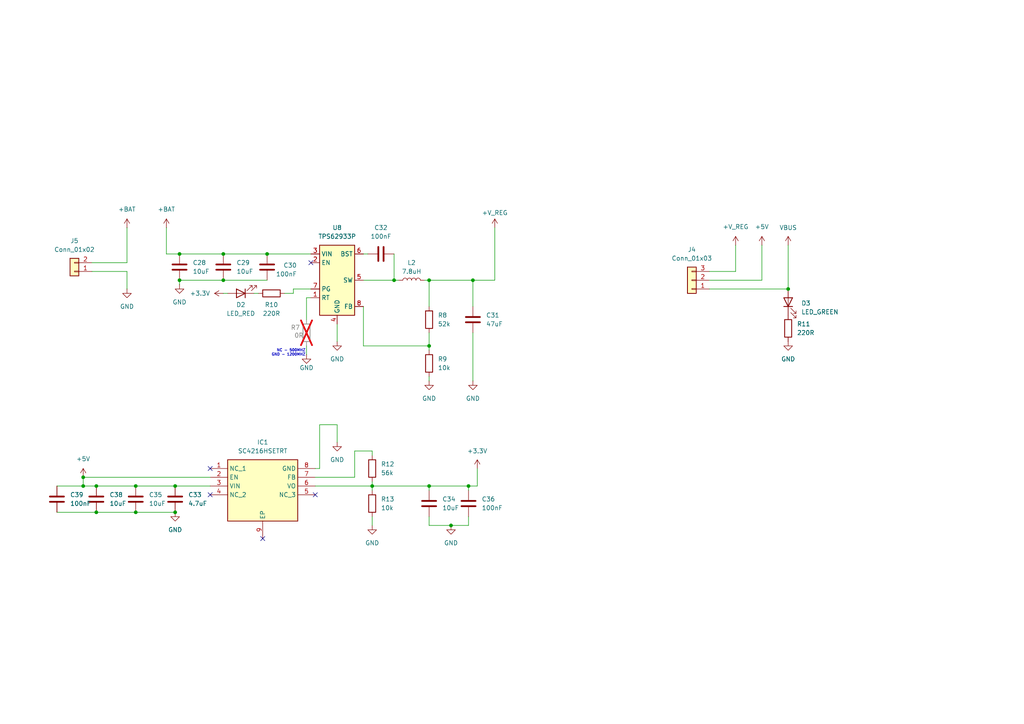
<source format=kicad_sch>
(kicad_sch (version 20250114) (generator "eeschema") (generator_version "9.0")
  (paper "A4")
  (lib_symbols
    (symbol "Connector_Generic:Conn_01x02" (pin_names (offset 1.016) (hide yes))
      (property "Reference" "J" (at 0 2.54 0))
      (property "Value" "Conn_01x02" (at 0 -5.08 0))
      (symbol "Conn_01x02_1_1"
        (rectangle (start -1.27 1.27) (end 1.27 -3.81) (stroke (width 0.254)) (fill (type background)))
        (rectangle (start -1.27 0.127) (end 0 -0.127) (stroke (width 0.1524)))
        (rectangle (start -1.27 -2.413) (end 0 -2.667) (stroke (width 0.1524)))
        (pin passive line (at -5.08 0 0) (length 3.81) (name "Pin_1") (number "1"))
        (pin passive line (at -5.08 -2.54 0) (length 3.81) (name "Pin_2") (number "2"))
      )
    )
    (symbol "Connector_Generic:Conn_01x03" (pin_names (offset 1.016) (hide yes))
      (property "Reference" "J" (at 0 5.08 0))
      (property "Value" "Conn_01x03" (at 0 -5.08 0))
      (symbol "Conn_01x03_1_1"
        (rectangle (start -1.27 3.81) (end 1.27 -3.81) (stroke (width 0.254)) (fill (type background)))
        (rectangle (start -1.27 2.667) (end 0 2.413) (stroke (width 0.1524)))
        (rectangle (start -1.27 0.127) (end 0 -0.127) (stroke (width 0.1524)))
        (rectangle (start -1.27 -2.413) (end 0 -2.667) (stroke (width 0.1524)))
        (pin passive line (at -5.08 2.54 0) (length 3.81) (name "Pin_1") (number "1"))
        (pin passive line (at -5.08 0 0) (length 3.81) (name "Pin_2") (number "2"))
        (pin passive line (at -5.08 -2.54 0) (length 3.81) (name "Pin_3") (number "3"))
      )
    )
    (symbol "Device:C" (pin_numbers (hide yes)) (pin_names (offset 0.254))
      (property "Reference" "C" (at 0.635 2.54 0))
      (property "Value" "C" (at 0.635 -2.54 0))
      (symbol "C_0_1"
        (polyline (pts (xy -2.032 0.762) (xy 2.032 0.762)) (stroke (width 0.508)))
        (polyline (pts (xy -2.032 -0.762) (xy 2.032 -0.762)) (stroke (width 0.508)))
      )
      (symbol "C_1_1"
        (pin passive line (at 0 3.81 270) (length 2.794) (name "~") (number "1"))
        (pin passive line (at 0 -3.81 90) (length 2.794) (name "~") (number "2"))
      )
    )
    (symbol "Device:L" (pin_numbers (hide yes)) (pin_names (offset 1.016) (hide yes))
      (property "Reference" "L" (at -1.27 0 90))
      (property "Value" "L" (at 1.905 0 90))
      (symbol "L_0_1"
        (arc (start 0 2.54) (mid 0.6323 1.905) (end 0 1.27))
        (arc (start 0 1.27) (mid 0.6323 0.635) (end 0 0))
        (arc (start 0 0) (mid 0.6323 -0.635) (end 0 -1.27))
        (arc (start 0 -1.27) (mid 0.6323 -1.905) (end 0 -2.54))
      )
      (symbol "L_1_1"
        (pin passive line (at 0 3.81 270) (length 1.27) (name "1") (number "1"))
        (pin passive line (at 0 -3.81 90) (length 1.27) (name "2") (number "2"))
      )
    )
    (symbol "Device:LED" (pin_numbers (hide yes)) (pin_names (offset 1.016) (hide yes))
      (property "Reference" "D" (at 0 2.54 0))
      (property "Value" "LED" (at 0 -2.54 0))
      (symbol "LED_0_1"
        (polyline (pts (xy -3.048 -0.762) (xy -4.572 -2.286) (xy -3.81 -2.286) (xy -4.572 -2.286) (xy -4.572 -1.524)))
        (polyline (pts (xy -1.778 -0.762) (xy -3.302 -2.286) (xy -2.54 -2.286) (xy -3.302 -2.286) (xy -3.302 -1.524)))
        (polyline (pts (xy -1.27 0) (xy 1.27 0)))
        (polyline (pts (xy -1.27 -1.27) (xy -1.27 1.27)) (stroke (width 0.254)))
        (polyline (pts (xy 1.27 -1.27) (xy 1.27 1.27) (xy -1.27 0) (xy 1.27 -1.27)) (stroke (width 0.254)))
      )
      (symbol "LED_1_1"
        (pin passive line (at -3.81 0 0) (length 2.54) (name "K") (number "1"))
        (pin passive line (at 3.81 0 180) (length 2.54) (name "A") (number "2"))
      )
    )
    (symbol "Device:R" (pin_numbers (hide yes)) (pin_names (offset 0))
      (property "Reference" "R" (at 2.032 0 90))
      (property "Value" "R" (at 0 0 90))
      (symbol "R_0_1"
        (rectangle (start -1.016 -2.54) (end 1.016 2.54) (stroke (width 0.254)))
      )
      (symbol "R_1_1"
        (pin passive line (at 0 3.81 270) (length 1.27) (name "~") (number "1"))
        (pin passive line (at 0 -3.81 90) (length 1.27) (name "~") (number "2"))
      )
    )
    (symbol "Regulator_Switching:TPS62933P"
      (property "Reference" "U" (at 0 13.97 0))
      (property "Value" "TPS62933P" (at 0 11.43 0))
      (symbol "TPS62933P_0_1"
        (rectangle (start -5.08 10.16) (end 5.08 -10.16) (stroke (width 0.254)) (fill (type background)))
      )
      (symbol "TPS62933P_1_1"
        (pin power_in line (at -7.62 7.62 0) (length 2.54) (name "VIN") (number "3"))
        (pin input line (at -7.62 5.08 0) (length 2.54) (name "EN") (number "2"))
        (pin open_collector line (at -7.62 -2.54 0) (length 2.54) (name "PG") (number "7"))
        (pin passive line (at -7.62 -5.08 0) (length 2.54) (name "RT") (number "1"))
        (pin power_in line (at 0 -12.7 90) (length 2.54) (name "GND") (number "4"))
        (pin passive line (at 7.62 7.62 180) (length 2.54) (name "BST") (number "6"))
        (pin output line (at 7.62 0 180) (length 2.54) (name "SW") (number "5"))
        (pin input line (at 7.62 -7.62 180) (length 2.54) (name "FB") (number "8"))
      )
    )
    (symbol "SC4216HSETRT:SC4216HSETRT"
      (property "Reference" "IC" (at 26.67 7.62 0))
      (property "Value" "SC4216HSETRT" (at 26.67 5.08 0))
      (symbol "SC4216HSETRT_1_1"
        (rectangle (start 5.08 2.54) (end 25.4 -15.24) (stroke (width 0.254)) (fill (type background)))
        (pin passive line (at 0 0 0) (length 5.08) (name "NC_1") (number "1"))
        (pin passive line (at 0 -2.54 0) (length 5.08) (name "EN") (number "2"))
        (pin passive line (at 0 -5.08 0) (length 5.08) (name "VIN") (number "3"))
        (pin passive line (at 0 -7.62 0) (length 5.08) (name "NC_2") (number "4"))
        (pin passive line (at 15.24 -20.32 90) (length 5.08) (name "EP") (number "9"))
        (pin passive line (at 30.48 0 180) (length 5.08) (name "GND") (number "8"))
        (pin passive line (at 30.48 -2.54 180) (length 5.08) (name "FB") (number "7"))
        (pin passive line (at 30.48 -5.08 180) (length 5.08) (name "VO") (number "6"))
        (pin passive line (at 30.48 -7.62 180) (length 5.08) (name "NC_3") (number "5"))
      )
    )
    (symbol "power:+3.3V" (power) (pin_numbers (hide yes)) (pin_names (offset 0) (hide yes))
      (property "Value" "+3.3V" (at 0 3.556 0))
      (symbol "+3.3V_0_1"
        (polyline (pts (xy -0.762 1.27) (xy 0 2.54)))
        (polyline (pts (xy 0 2.54) (xy 0.762 1.27)))
        (polyline (pts (xy 0 0) (xy 0 2.54)))
      )
      (symbol "+3.3V_1_1"
        (pin power_in line (at 0 0 90) (length 0) (name "~") (number "1"))
      )
    )
    (symbol "power:+5V" (power) (pin_numbers (hide yes)) (pin_names (offset 0) (hide yes))
      (property "Value" "+5V" (at 0 3.556 0))
      (symbol "+5V_0_1"
        (polyline (pts (xy -0.762 1.27) (xy 0 2.54)))
        (polyline (pts (xy 0 2.54) (xy 0.762 1.27)))
        (polyline (pts (xy 0 0) (xy 0 2.54)))
      )
      (symbol "+5V_1_1"
        (pin power_in line (at 0 0 90) (length 0) (name "~") (number "1"))
      )
    )
    (symbol "power:GND" (power) (pin_numbers (hide yes)) (pin_names (offset 0) (hide yes))
      (property "Value" "GND" (at 0 -3.81 0))
      (symbol "GND_0_1"
        (polyline (pts (xy 0 0) (xy 0 -1.27) (xy 1.27 -1.27) (xy 0 -2.54) (xy -1.27 -1.27) (xy 0 -1.27)))
      )
      (symbol "GND_1_1"
        (pin power_in line (at 0 0 270) (length 0) (name "~") (number "1"))
      )
    )
    (symbol "power:VBUS" (power) (pin_numbers (hide yes)) (pin_names (offset 0) (hide yes))
      (property "Value" "VBUS" (at 0 3.556 0))
      (symbol "VBUS_0_1"
        (polyline (pts (xy -0.762 1.27) (xy 0 2.54)))
        (polyline (pts (xy 0 2.54) (xy 0.762 1.27)))
        (polyline (pts (xy 0 0) (xy 0 2.54)))
      )
      (symbol "VBUS_1_1"
        (pin power_in line (at 0 0 90) (length 0) (name "~") (number "1"))
      )
    )
  )
  (text "NC - 500MHZ\nGND - 1200MHZ" (at 88.646 102.362 0) (effects (font (size 0.762 0.762)) (justify right)))
  (junction (at 114.3 81.28))
  (junction (at 77.47 73.66))
  (junction (at 228.6 83.82))
  (junction (at 39.37 148.59))
  (junction (at 50.8 140.97))
  (junction (at 27.94 148.59))
  (junction (at 24.13 140.97))
  (junction (at 107.95 140.97))
  (junction (at 124.46 100.33))
  (junction (at 124.46 140.97))
  (junction (at 39.37 140.97))
  (junction (at 64.77 73.66))
  (junction (at 52.07 73.66))
  (junction (at 130.81 152.4))
  (junction (at 135.89 140.97))
  (junction (at 27.94 140.97))
  (junction (at 124.46 81.28))
  (junction (at 137.16 81.28))
  (junction (at 64.77 81.28))
  (junction (at 52.07 81.28))
  (junction (at 24.13 138.43))
  (junction (at 50.8 148.59))
  (no_connect (at 90.17 76.2))
  (no_connect (at 76.2 156.21))
  (no_connect (at 91.44 143.51))
  (no_connect (at 60.96 143.51))
  (no_connect (at 60.96 135.89))
  (wire (pts (xy 64.77 73.66) (xy 77.47 73.66)))
  (wire (pts (xy 124.46 100.33) (xy 124.46 101.6)))
  (wire (pts (xy 124.46 152.4) (xy 124.46 149.86)))
  (wire (pts (xy 88.9 100.33) (xy 88.9 102.87)))
  (wire (pts (xy 220.98 81.28) (xy 220.98 71.12)))
  (wire (pts (xy 124.46 81.28) (xy 137.16 81.28)))
  (wire (pts (xy 124.46 96.52) (xy 124.46 100.33)))
  (wire (pts (xy 52.07 73.66) (xy 64.77 73.66)))
  (wire (pts (xy 64.77 85.09) (xy 66.04 85.09)))
  (wire (pts (xy 138.43 140.97) (xy 138.43 135.89)))
  (wire (pts (xy 64.77 81.28) (xy 77.47 81.28)))
  (wire (pts (xy 143.51 81.28) (xy 137.16 81.28)))
  (wire (pts (xy 91.44 140.97) (xy 107.95 140.97)))
  (wire (pts (xy 105.41 81.28) (xy 114.3 81.28)))
  (wire (pts (xy 114.3 81.28) (xy 115.57 81.28)))
  (wire (pts (xy 107.95 140.97) (xy 124.46 140.97)))
  (wire (pts (xy 105.41 100.33) (xy 105.41 88.9)))
  (wire (pts (xy 39.37 148.59) (xy 50.8 148.59)))
  (wire (pts (xy 228.6 83.82) (xy 228.6 71.12)))
  (wire (pts (xy 124.46 109.22) (xy 124.46 110.49)))
  (wire (pts (xy 27.94 140.97) (xy 39.37 140.97)))
  (wire (pts (xy 92.71 135.89) (xy 91.44 135.89)))
  (wire (pts (xy 24.13 138.43) (xy 60.96 138.43)))
  (wire (pts (xy 135.89 152.4) (xy 130.81 152.4)))
  (wire (pts (xy 124.46 81.28) (xy 124.46 88.9)))
  (wire (pts (xy 135.89 149.86) (xy 135.89 152.4)))
  (wire (pts (xy 205.74 81.28) (xy 220.98 81.28)))
  (wire (pts (xy 52.07 81.28) (xy 64.77 81.28)))
  (wire (pts (xy 137.16 96.52) (xy 137.16 110.49)))
  (wire (pts (xy 82.55 85.09) (xy 85.09 85.09)))
  (wire (pts (xy 107.95 142.24) (xy 107.95 140.97)))
  (wire (pts (xy 92.71 123.19) (xy 97.79 123.19)))
  (wire (pts (xy 135.89 140.97) (xy 138.43 140.97)))
  (wire (pts (xy 124.46 81.28) (xy 123.19 81.28)))
  (wire (pts (xy 88.9 86.36) (xy 88.9 92.71)))
  (wire (pts (xy 205.74 78.74) (xy 213.36 78.74)))
  (wire (pts (xy 91.44 138.43) (xy 102.87 138.43)))
  (wire (pts (xy 92.71 123.19) (xy 92.71 135.89)))
  (wire (pts (xy 130.81 152.4) (xy 124.46 152.4)))
  (wire (pts (xy 114.3 73.66) (xy 114.3 81.28)))
  (wire (pts (xy 107.95 152.4) (xy 107.95 149.86)))
  (wire (pts (xy 107.95 139.7) (xy 107.95 140.97)))
  (wire (pts (xy 124.46 142.24) (xy 124.46 140.97)))
  (wire (pts (xy 36.83 66.04) (xy 36.83 76.2)))
  (wire (pts (xy 135.89 140.97) (xy 135.89 142.24)))
  (wire (pts (xy 205.74 83.82) (xy 228.6 83.82)))
  (wire (pts (xy 143.51 66.04) (xy 143.51 81.28)))
  (wire (pts (xy 74.93 85.09) (xy 73.66 85.09)))
  (wire (pts (xy 16.51 148.59) (xy 27.94 148.59)))
  (wire (pts (xy 16.51 140.97) (xy 24.13 140.97)))
  (wire (pts (xy 48.26 66.04) (xy 48.26 73.66)))
  (wire (pts (xy 85.09 85.09) (xy 85.09 83.82)))
  (wire (pts (xy 52.07 81.28) (xy 52.07 82.55)))
  (wire (pts (xy 90.17 86.36) (xy 88.9 86.36)))
  (wire (pts (xy 50.8 140.97) (xy 60.96 140.97)))
  (wire (pts (xy 36.83 76.2) (xy 26.67 76.2)))
  (wire (pts (xy 102.87 138.43) (xy 102.87 130.81)))
  (wire (pts (xy 24.13 140.97) (xy 27.94 140.97)))
  (wire (pts (xy 85.09 83.82) (xy 90.17 83.82)))
  (wire (pts (xy 105.41 73.66) (xy 106.68 73.66)))
  (wire (pts (xy 213.36 78.74) (xy 213.36 71.12)))
  (wire (pts (xy 39.37 140.97) (xy 50.8 140.97)))
  (wire (pts (xy 24.13 138.43) (xy 24.13 140.97)))
  (wire (pts (xy 124.46 140.97) (xy 135.89 140.97)))
  (wire (pts (xy 102.87 130.81) (xy 107.95 130.81)))
  (wire (pts (xy 137.16 81.28) (xy 137.16 88.9)))
  (wire (pts (xy 77.47 73.66) (xy 90.17 73.66)))
  (wire (pts (xy 97.79 99.06) (xy 97.79 93.98)))
  (wire (pts (xy 97.79 128.27) (xy 97.79 123.19)))
  (wire (pts (xy 26.67 78.74) (xy 36.83 78.74)))
  (wire (pts (xy 36.83 78.74) (xy 36.83 83.82)))
  (wire (pts (xy 107.95 130.81) (xy 107.95 132.08)))
  (wire (pts (xy 105.41 100.33) (xy 124.46 100.33)))
  (wire (pts (xy 27.94 148.59) (xy 39.37 148.59)))
  (wire (pts (xy 48.26 73.66) (xy 52.07 73.66)))
  (symbol (lib_id "Device:LED") (at 228.6 87.63 90) (unit 1)
    (property "Reference" "D3" (at 232.41 87.9474 90) (effects (justify right)))
    (property "Value" "LED_GREEN" (at 232.41 90.4874 90) (effects (justify right)))
    (property "Footprint" "LED_SMD:LED_0603_1608Metric" (effects (hide yes)))
    (property "Description" "Light emitting diode" (effects (hide yes)))
    (property "Sim.Pins" "1=K 2=A" (effects (hide yes)))
  )
  (symbol (lib_id "Connector_Generic:Conn_01x02") (at 21.59 78.74 180) (unit 1)
    (property "Reference" "J5" (at 21.59 69.85 0))
    (property "Value" "Conn_01x02" (at 21.59 72.39 0))
    (property "Footprint" "Connector_AMASS:AMASS_XT30U-F_1x02_P5.0mm_Vertical" (effects (hide yes)))
    (property "Description" "Generic connector, single row, 01x02, script generated (kicad-library-utils/schlib/autogen/connector/)" (effects (hide yes)))
  )
  (symbol (lib_id "power:+3.3V") (at 64.77 85.09 90) (unit 1)
    (property "Reference" "#PWR048" (effects (hide yes)))
    (property "Value" "+3.3V" (at 60.96 85.0899 90) (effects (justify left)))
    (property "Description" "Power symbol creates a global label with name \"+3.3V\"" (effects (hide yes)))
  )
  (symbol (lib_id "Connector_Generic:Conn_01x03") (at 200.66 81.28 180) (unit 1)
    (property "Reference" "J4" (at 200.66 72.39 0))
    (property "Value" "Conn_01x03" (at 200.66 74.93 0))
    (property "Footprint" "Connector_PinSocket_2.54mm:PinSocket_1x03_P2.54mm_Vertical" (effects (hide yes)))
    (property "Description" "Generic connector, single row, 01x03, script generated (kicad-library-utils/schlib/autogen/connector/)" (effects (hide yes)))
  )
  (symbol (lib_id "power:GND") (at 107.95 152.4 0) (unit 1)
    (property "Reference" "#PWR058" (effects (hide yes)))
    (property "Value" "GND" (at 107.95 157.48 0))
    (property "Description" "Power symbol creates a global label with name \"GND\" , ground" (effects (hide yes)))
  )
  (symbol (lib_id "Device:R") (at 107.95 135.89 0) (unit 1)
    (property "Reference" "R12" (at 110.49 134.6199 0) (effects (justify left)))
    (property "Value" "56k" (at 110.49 137.1599 0) (effects (justify left)))
    (property "Footprint" "Resistor_SMD:R_0805_2012Metric" (effects (hide yes)))
    (property "Description" "Resistor" (effects (hide yes)))
  )
  (symbol (lib_id "Device:C") (at 137.16 92.71 0) (unit 1)
    (property "Reference" "C31" (at 140.97 91.4399 0) (effects (justify left)))
    (property "Value" "47uF" (at 140.97 93.9799 0) (effects (justify left)))
    (property "Footprint" "Capacitor_SMD:C_1210_3225Metric" (effects (hide yes)))
    (property "Description" "Unpolarized capacitor" (effects (hide yes)))
  )
  (symbol (lib_id "power:GND") (at 137.16 110.49 0) (unit 1)
    (property "Reference" "#PWR059" (effects (hide yes)))
    (property "Value" "GND" (at 137.16 115.57 0))
    (property "Description" "Power symbol creates a global label with name \"GND\" , ground" (effects (hide yes)))
  )
  (symbol (lib_id "Device:R") (at 107.95 146.05 0) (unit 1)
    (property "Reference" "R13" (at 110.49 144.7799 0) (effects (justify left)))
    (property "Value" "10k" (at 110.49 147.3199 0) (effects (justify left)))
    (property "Footprint" "Resistor_SMD:R_0603_1608Metric" (effects (hide yes)))
    (property "Description" "Resistor" (effects (hide yes)))
  )
  (symbol (lib_id "power:+3.3V") (at 138.43 135.89 0) (unit 1)
    (property "Reference" "#PWR057" (effects (hide yes)))
    (property "Value" "+3.3V" (at 138.43 130.81 0))
    (property "Description" "Power symbol creates a global label with name \"+3.3V\"" (effects (hide yes)))
  )
  (symbol (lib_id "power:GND") (at 97.79 128.27 0) (unit 1)
    (property "Reference" "#PWR056" (effects (hide yes)))
    (property "Value" "GND" (at 97.79 133.35 0))
    (property "Description" "Power symbol creates a global label with name \"GND\" , ground" (effects (hide yes)))
  )
  (symbol (lib_id "Regulator_Switching:TPS62933P") (at 97.79 81.28 0) (unit 1)
    (property "Reference" "U8" (at 97.79 66.04 0))
    (property "Value" "TPS62933P" (at 97.79 68.58 0))
    (property "Footprint" "Package_TO_SOT_SMD:SOT-583-8" (effects (hide yes)))
    (property "Datasheet" "https://www.ti.com/lit/ds/symlink/tps62933.pdf" (effects (hide yes)))
    (property "Description" "3.8-30V, 3A Synchronous Buck Converters with pulse frequency modulation (PFM) and power good, SOT583-8" (effects (hide yes)))
  )
  (symbol (lib_id "Device:L") (at 119.38 81.28 90) (unit 1)
    (property "Reference" "L2" (at 119.38 76.2 90))
    (property "Value" "7.8uH" (at 119.38 78.74 90))
    (property "Footprint" "Inductor_SMD:L_APV_APH1050" (effects (hide yes)))
    (property "Description" "Inductor" (effects (hide yes)))
  )
  (symbol (lib_id "power:VBUS") (at 228.6 71.12 0) (unit 1)
    (property "Reference" "#PWR044" (effects (hide yes)))
    (property "Value" "VBUS" (at 228.6 66.04 0))
    (property "Description" "Power symbol creates a global label with name \"VBUS\"" (effects (hide yes)))
  )
  (symbol (lib_id "Device:C") (at 52.07 77.47 0) (unit 1)
    (property "Reference" "C28" (at 55.88 76.1999 0) (effects (justify left)))
    (property "Value" "10uF" (at 55.88 78.7399 0) (effects (justify left)))
    (property "Footprint" "Capacitor_SMD:C_1206_3216Metric" (effects (hide yes)))
    (property "Description" "Unpolarized capacitor" (effects (hide yes)))
    (property "Source" "https://www.lcsc.com/product-detail/C89632.html" (effects (hide yes)))
  )
  (symbol (lib_id "Device:LED") (at 69.85 85.09 180) (unit 1)
    (property "Reference" "D2" (at 69.85 88.392 0))
    (property "Value" "LED_RED" (at 69.85 90.932 0))
    (property "Footprint" "LED_SMD:LED_0603_1608Metric" (effects (hide yes)))
    (property "Description" "Light emitting diode" (effects (hide yes)))
    (property "Sim.Pins" "1=K 2=A" (effects (hide yes)))
  )
  (symbol (lib_id "Device:C") (at 16.51 144.78 0) (unit 1)
    (property "Reference" "C39" (at 20.32 143.5099 0) (effects (justify left)))
    (property "Value" "100nF" (at 20.32 146.0499 0) (effects (justify left)))
    (property "Footprint" "Capacitor_SMD:C_0603_1608Metric" (effects (hide yes)))
    (property "Description" "Unpolarized capacitor" (effects (hide yes)))
  )
  (symbol (lib_id "power:+5V") (at 143.51 66.04 0) (unit 1)
    (property "Reference" "#PWR051" (effects (hide yes)))
    (property "Value" "+V_REG" (at 143.51 61.722 0))
    (property "Description" "Power symbol creates a global label with name \"+5V\"" (effects (hide yes)))
  )
  (symbol (lib_id "power:GND") (at 124.46 110.49 0) (unit 1)
    (property "Reference" "#PWR046" (effects (hide yes)))
    (property "Value" "GND" (at 124.46 115.57 0))
    (property "Description" "Power symbol creates a global label with name \"GND\" , ground" (effects (hide yes)))
  )
  (symbol (lib_id "power:GND") (at 52.07 82.55 0) (unit 1)
    (property "Reference" "#PWR047" (effects (hide yes)))
    (property "Value" "GND" (at 52.07 87.63 0))
    (property "Description" "Power symbol creates a global label with name \"GND\" , ground" (effects (hide yes)))
  )
  (symbol (lib_id "SC4216HSETRT:SC4216HSETRT") (at 60.96 135.89 0) (unit 1)
    (property "Reference" "IC1" (at 76.2 128.27 0))
    (property "Value" "SC4216HSETRT" (at 76.2 130.81 0))
    (property "Footprint" "dep:SOIC127P600X175-9N" (effects (hide yes)))
    (property "Datasheet" "https://componentsearchengine.com/Datasheets/1/SC4216HSETRT.pdf" (effects (hide yes)))
    (property "Description" "LDO Voltage Regulators VLI/VLDO 3A REG W/ENABLE" (effects (hide yes)))
    (property "Height" "1.75" (effects (hide yes)))
    (property "Mouser Part Number" "947-SC4216HSETRT" (effects (hide yes)))
    (property "Mouser Price/Stock" "https://www.mouser.co.uk/ProductDetail/Semtech/SC4216HSETRT?qs=rBWM4%252BvDhIcsiFvg2H6PDg%3D%3D" (effects (hide yes)))
    (property "Manufacturer_Name" "SEMTECH" (effects (hide yes)))
    (property "Manufacturer_Part_Number" "SC4216HSETRT" (effects (hide yes)))
  )
  (symbol (lib_id "Device:C") (at 27.94 144.78 0) (unit 1)
    (property "Reference" "C38" (at 31.75 143.5099 0) (effects (justify left)))
    (property "Value" "10uF" (at 31.75 146.0499 0) (effects (justify left)))
    (property "Footprint" "Capacitor_SMD:C_1206_3216Metric" (effects (hide yes)))
    (property "Description" "Unpolarized capacitor" (effects (hide yes)))
  )
  (symbol (lib_id "Device:R") (at 124.46 105.41 0) (unit 1)
    (property "Reference" "R9" (at 127 104.1399 0) (effects (justify left)))
    (property "Value" "10k" (at 127 106.6799 0) (effects (justify left)))
    (property "Footprint" "Resistor_SMD:R_0603_1608Metric" (effects (hide yes)))
    (property "Description" "Resistor" (effects (hide yes)))
  )
  (symbol (lib_id "Device:C") (at 39.37 144.78 0) (unit 1)
    (property "Reference" "C35" (at 43.18 143.5099 0) (effects (justify left)))
    (property "Value" "10uF" (at 43.18 146.0499 0) (effects (justify left)))
    (property "Footprint" "Capacitor_SMD:C_1206_3216Metric" (effects (hide yes)))
    (property "Description" "Unpolarized capacitor" (effects (hide yes)))
  )
  (symbol (lib_id "power:GND") (at 36.83 83.82 0) (unit 1)
    (property "Reference" "#PWR062" (effects (hide yes)))
    (property "Value" "GND" (at 36.83 88.9 0))
    (property "Description" "Power symbol creates a global label with name \"GND\" , ground" (effects (hide yes)))
  )
  (symbol (lib_id "Device:C") (at 110.49 73.66 90) (unit 1)
    (property "Reference" "C32" (at 110.49 66.04 90))
    (property "Value" "100nF" (at 110.49 68.58 90))
    (property "Footprint" "Capacitor_SMD:C_0603_1608Metric" (effects (hide yes)))
    (property "Description" "Unpolarized capacitor" (effects (hide yes)))
  )
  (symbol (lib_id "Device:C") (at 50.8 144.78 0) (unit 1)
    (property "Reference" "C33" (at 54.61 143.5099 0) (effects (justify left)))
    (property "Value" "4.7uF" (at 54.61 146.0499 0) (effects (justify left)))
    (property "Footprint" "Capacitor_SMD:C_0603_1608Metric" (effects (hide yes)))
    (property "Description" "Unpolarized capacitor" (effects (hide yes)))
    (property "Source" "https://www.lcsc.com/product-detail/C69335.html" (effects (hide yes)))
  )
  (symbol (lib_id "power:GND") (at 228.6 99.06 0) (unit 1)
    (property "Reference" "#PWR053" (effects (hide yes)))
    (property "Value" "GND" (at 228.6 104.14 0))
    (property "Description" "Power symbol creates a global label with name \"GND\" , ground" (effects (hide yes)))
  )
  (symbol (lib_id "power:+5V") (at 220.98 71.12 0) (unit 1)
    (property "Reference" "#PWR043" (effects (hide yes)))
    (property "Value" "+5V" (at 220.98 65.786 0))
    (property "Description" "Power symbol creates a global label with name \"+5V\"" (effects (hide yes)))
  )
  (symbol (lib_id "power:+5V") (at 213.36 71.12 0) (unit 1)
    (property "Reference" "#PWR052" (effects (hide yes)))
    (property "Value" "+V_REG" (at 213.36 65.786 0))
    (property "Description" "Power symbol creates a global label with name \"+5V\"" (effects (hide yes)))
  )
  (symbol (lib_id "Device:R") (at 228.6 95.25 0) (unit 1)
    (property "Reference" "R11" (at 231.14 93.9799 0) (effects (justify left)))
    (property "Value" "220R" (at 231.14 96.5199 0) (effects (justify left)))
    (property "Footprint" "Resistor_SMD:R_0402_1005Metric" (effects (hide yes)))
    (property "Description" "Resistor" (effects (hide yes)))
  )
  (symbol (lib_id "power:+5V") (at 24.13 138.43 0) (unit 1)
    (property "Reference" "#PWR054" (effects (hide yes)))
    (property "Value" "+5V" (at 24.13 133.096 0))
    (property "Description" "Power symbol creates a global label with name \"+5V\"" (effects (hide yes)))
  )
  (symbol (lib_id "Device:R") (at 88.9 96.52 0) (unit 1) (dnp yes)
    (property "Reference" "R7" (at 84.328 94.996 0) (effects (justify left)))
    (property "Value" "0R" (at 85.344 97.282 0) (effects (justify left)))
    (property "Footprint" "Resistor_SMD:R_0603_1608Metric" (effects (hide yes)))
    (property "Description" "Resistor" (effects (hide yes)))
  )
  (symbol (lib_id "power:GND") (at 130.81 152.4 0) (unit 1)
    (property "Reference" "#PWR060" (effects (hide yes)))
    (property "Value" "GND" (at 130.81 157.48 0))
    (property "Description" "Power symbol creates a global label with name \"GND\" , ground" (effects (hide yes)))
  )
  (symbol (lib_id "Device:C") (at 64.77 77.47 0) (unit 1)
    (property "Reference" "C29" (at 68.58 76.1999 0) (effects (justify left)))
    (property "Value" "10uF" (at 68.58 78.7399 0) (effects (justify left)))
    (property "Footprint" "Capacitor_SMD:C_1206_3216Metric" (effects (hide yes)))
    (property "Description" "Unpolarized capacitor" (effects (hide yes)))
  )
  (symbol (lib_id "Device:C") (at 135.89 146.05 0) (unit 1)
    (property "Reference" "C36" (at 139.7 144.7799 0) (effects (justify left)))
    (property "Value" "100nF" (at 139.7 147.3199 0) (effects (justify left)))
    (property "Footprint" "Capacitor_SMD:C_0603_1608Metric" (effects (hide yes)))
    (property "Description" "Unpolarized capacitor" (effects (hide yes)))
  )
  (symbol (lib_id "power:GND") (at 88.9 102.87 0) (unit 1)
    (property "Reference" "#PWR049" (effects (hide yes)))
    (property "Value" "GND" (at 86.868 106.68 0) (effects (justify left)))
    (property "Description" "Power symbol creates a global label with name \"GND\" , ground" (effects (hide yes)))
  )
  (symbol (lib_id "power:+5V") (at 48.26 66.04 0) (unit 1)
    (property "Reference" "#PWR045" (effects (hide yes)))
    (property "Value" "+BAT" (at 48.26 60.706 0))
    (property "Description" "Power symbol creates a global label with name \"+5V\"" (effects (hide yes)))
  )
  (symbol (lib_id "power:GND") (at 50.8 148.59 0) (unit 1)
    (property "Reference" "#PWR055" (effects (hide yes)))
    (property "Value" "GND" (at 50.8 153.67 0))
    (property "Description" "Power symbol creates a global label with name \"GND\" , ground" (effects (hide yes)))
  )
  (symbol (lib_id "power:+5V") (at 36.83 66.04 0) (unit 1)
    (property "Reference" "#PWR061" (effects (hide yes)))
    (property "Value" "+BAT" (at 36.83 60.706 0))
    (property "Description" "Power symbol creates a global label with name \"+5V\"" (effects (hide yes)))
  )
  (symbol (lib_id "power:GND") (at 97.79 99.06 0) (unit 1)
    (property "Reference" "#PWR050" (effects (hide yes)))
    (property "Value" "GND" (at 97.79 104.14 0))
    (property "Description" "Power symbol creates a global label with name \"GND\" , ground" (effects (hide yes)))
  )
  (symbol (lib_id "Device:R") (at 124.46 92.71 0) (unit 1)
    (property "Reference" "R8" (at 127 91.4399 0) (effects (justify left)))
    (property "Value" "52k" (at 127 93.9799 0) (effects (justify left)))
    (property "Footprint" "Resistor_SMD:R_0805_2012Metric" (effects (hide yes)))
    (property "Description" "Resistor" (effects (hide yes)))
  )
  (symbol (lib_id "Device:C") (at 77.47 77.47 0) (mirror y) (unit 1)
    (property "Reference" "C30" (at 86.106 76.962 0) (effects (justify left)))
    (property "Value" "100nF" (at 86.106 79.502 0) (effects (justify left)))
    (property "Footprint" "Capacitor_SMD:C_0603_1608Metric" (effects (hide yes)))
    (property "Description" "Unpolarized capacitor" (effects (hide yes)))
    (property "Source" "https://www.lcsc.com/product-detail/C1591.html" (effects (hide yes)))
  )
  (symbol (lib_id "Device:C") (at 124.46 146.05 0) (unit 1)
    (property "Reference" "C34" (at 128.27 144.7799 0) (effects (justify left)))
    (property "Value" "10uF" (at 128.27 147.3199 0) (effects (justify left)))
    (property "Footprint" "Capacitor_SMD:C_1206_3216Metric" (effects (hide yes)))
    (property "Description" "Unpolarized capacitor" (effects (hide yes)))
  )
  (symbol (lib_id "Device:R") (at 78.74 85.09 270) (mirror x) (unit 1)
    (property "Reference" "R10" (at 78.74 88.392 90))
    (property "Value" "220R" (at 78.74 90.932 90))
    (property "Footprint" "Resistor_SMD:R_0402_1005Metric" (effects (hide yes)))
    (property "Description" "Resistor" (effects (hide yes)))
  )
)
</source>
